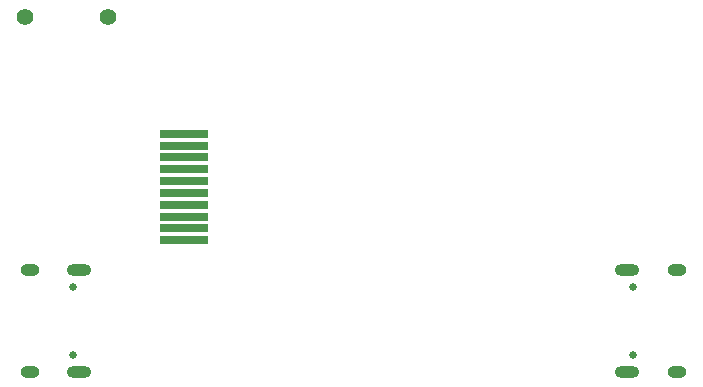
<source format=gbr>
G04 #@! TF.GenerationSoftware,KiCad,Pcbnew,(6.0.11)*
G04 #@! TF.CreationDate,2023-11-25T18:09:57+08:00*
G04 #@! TF.ProjectId,F1c200s_XhtCore,46316332-3030-4735-9f58-6874436f7265,rev?*
G04 #@! TF.SameCoordinates,Original*
G04 #@! TF.FileFunction,Soldermask,Bot*
G04 #@! TF.FilePolarity,Negative*
%FSLAX46Y46*%
G04 Gerber Fmt 4.6, Leading zero omitted, Abs format (unit mm)*
G04 Created by KiCad (PCBNEW (6.0.11)) date 2023-11-25 18:09:57*
%MOMM*%
%LPD*%
G01*
G04 APERTURE LIST*
G04 Aperture macros list*
%AMRoundRect*
0 Rectangle with rounded corners*
0 $1 Rounding radius*
0 $2 $3 $4 $5 $6 $7 $8 $9 X,Y pos of 4 corners*
0 Add a 4 corners polygon primitive as box body*
4,1,4,$2,$3,$4,$5,$6,$7,$8,$9,$2,$3,0*
0 Add four circle primitives for the rounded corners*
1,1,$1+$1,$2,$3*
1,1,$1+$1,$4,$5*
1,1,$1+$1,$6,$7*
1,1,$1+$1,$8,$9*
0 Add four rect primitives between the rounded corners*
20,1,$1+$1,$2,$3,$4,$5,0*
20,1,$1+$1,$4,$5,$6,$7,0*
20,1,$1+$1,$6,$7,$8,$9,0*
20,1,$1+$1,$8,$9,$2,$3,0*%
G04 Aperture macros list end*
%ADD10C,0.650000*%
%ADD11O,2.100000X1.000000*%
%ADD12O,1.600000X1.000000*%
%ADD13C,1.400000*%
%ADD14RoundRect,0.101600X1.953514X-0.249999X1.953514X0.249999X-1.953514X0.249999X-1.953514X-0.249999X0*%
G04 APERTURE END LIST*
D10*
G04 #@! TO.C,USB1*
X168995000Y-107890000D03*
X168995000Y-102110000D03*
D11*
X168495000Y-109320000D03*
X168495000Y-100680000D03*
D12*
X172675000Y-100680000D03*
X172675000Y-109320000D03*
G04 #@! TD*
D13*
G04 #@! TO.C,CN1*
X124499900Y-79286400D03*
X117500000Y-79286400D03*
G04 #@! TD*
D10*
G04 #@! TO.C,USB2*
X121605000Y-107890000D03*
X121605000Y-102110000D03*
D11*
X122105000Y-109320000D03*
D12*
X117925000Y-100680000D03*
D11*
X122105000Y-100680000D03*
D12*
X117925000Y-109320000D03*
G04 #@! TD*
D14*
G04 #@! TO.C,UNK1*
X131000000Y-98166106D03*
X131000000Y-97166109D03*
X131000000Y-96166111D03*
X131000000Y-95166088D03*
X131000000Y-94166090D03*
X131000000Y-93166092D03*
X131000000Y-92166094D03*
X131000000Y-91166096D03*
X131000000Y-90166098D03*
X131000000Y-89166100D03*
G04 #@! TD*
M02*

</source>
